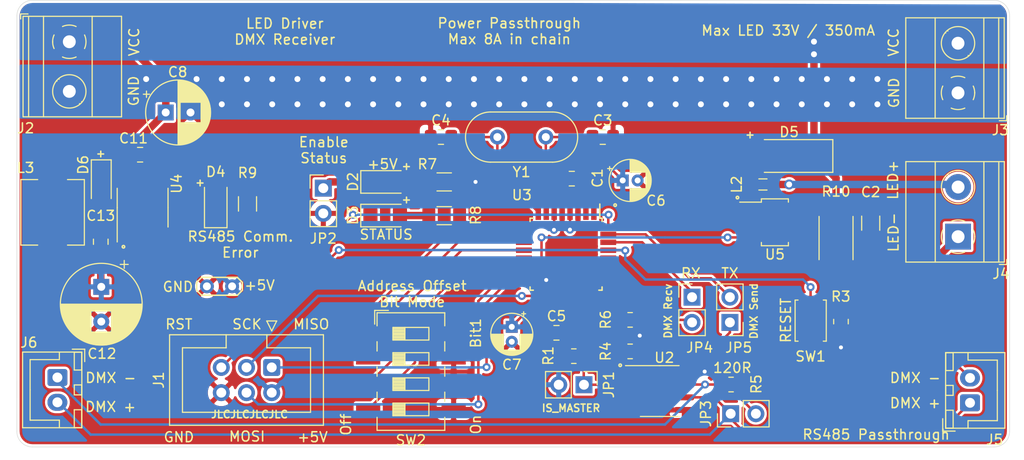
<source format=kicad_pcb>
(kicad_pcb (version 20211014) (generator pcbnew)
  (layers (0 "F.Cu" signal) (31 "B.Cu" signal) (34 "B.Paste" user) (35 "F.Paste" user) (36 "B.SilkS" user "B.Silkscreen") (37 "F.SilkS" user "F.Silkscreen") (38 "B.Mask" user) (39 "F.Mask" user) (44 "Edge.Cuts" user))
  (net 0 "")
  (net 1 "GND")
  (net 2 "VCC")
  (net 3 "LED_PWM")
  (net 4 "IS_MASTER")
  (net 5 "+5V")
  (net 6 "MOSI")
  (net 7 "SCK")
  (net 8 "MISO")
  (net 9 "RS485_DIN")
  (net 10 "RS485_DOUT")
  (net 11 "Net-(JP3-Pad2)")
  (net 12 "Net-(D2-Pad2)")
  (net 13 "Net-(D2-Pad1)")
  (net 14 "Net-(D3-Pad2)")
  (net 15 "WORKING")
  (net 16 "RS485_B")
  (net 17 "RS485_A")
  (net 18 "Net-(R4-Pad1)")
  (net 19 "Net-(D4-Pad2)")
  (net 20 "RS485_ERROR")
  (net 21 "RESET")
  (net 22 "B4")
  (net 23 "B3")
  (net 24 "B2")
  (net 25 "B1")
  (net 26 "Net-(D6-Pad1)")
  (net 27 "Net-(D5-Pad2)")
  (net 28 "Net-(J4-Pad2)")
  (net 29 "Net-(J4-Pad1)")
  (net 30 "Net-(C3-Pad1)")
  (net 31 "Net-(C4-Pad2)")
  (net 32 "Net-(JP4-Pad1)")
  (net 33 "Net-(JP5-Pad2)")
  (net 34 "Net-(U3-Pad28)")
  (net 35 "Net-(U3-Pad27)")
  (net 36 "Net-(U3-Pad26)")
  (net 37 "Net-(U3-Pad24)")
  (net 38 "Net-(U3-Pad23)")
  (net 39 "Net-(U3-Pad22)")
  (net 40 "Net-(U3-Pad20)")
  (net 41 "Net-(U3-Pad19)")
  (net 42 "Net-(U3-Pad2)")
  (net 43 "Net-(U3-Pad1)")
  (net 44 "Net-(U4-Pad3)")
  (net 45 "Net-(U4-Pad2)")
  (net 46 "Net-(U4-Pad1)")
  (footprint "Resistor_SMD:R_0805_2012Metric_Pad1.20x1.40mm_HandSolder" (layer "F.Cu") (at 103.01 52.371 90)
    (fp_text reference "R3")
    (fp_text value "10k")
  )
  (footprint "Button_Switch_SMD:SW_Push_SPST_NO_Alps_SKRK" (layer "F.Cu") (at 99.96 52.271 -90)
    (fp_text reference "SW1")
    (fp_text value "SW_SPST")
  )
  (footprint "Package_QFP:TQFP-32_7x7mm_P0.8mm" (layer "F.Cu") (at 75.32 45.58 -90)
    (fp_text reference "U3")
    (fp_text value "ATmega328P-AU")
  )
  (footprint "Package_SO:SOIC-8_3.9x4.9mm_P1.27mm" (layer "F.Cu") (at 84.755 59.365)
    (fp_text reference "U2")
    (fp_text value "MAX485E")
  )
  (footprint "Connector_PinHeader_2.54mm:PinHeader_1x02_P2.54mm_Vertical" (layer "F.Cu") (at 91.9 61.65 90)
    (fp_text reference "JP3")
    (fp_text value "CON")
  )
  (footprint "Connector_JST:JST_XH_B2B-XH-A_1x02_P2.50mm_Vertical" (layer "F.Cu") (at 24.081 58 -90)
    (fp_text reference "J6")
    (fp_text value "Conn_Right")
  )
  (footprint "TerminalBlock_Phoenix:TerminalBlock_Phoenix_MKDS-1,5-2_1x02_P5.00mm_Horizontal" (layer "F.Cu") (at 25.28 24.18 -90)
    (fp_text reference "J2")
    (fp_text value "PWR_OUT")
  )
  (footprint "TestPoint:TestPoint_2Pads_Pitch2.54mm_Drill0.8mm" (layer "F.Cu") (at 41.6791 48.8169 180)
    (fp_text reference "TP1")
    (fp_text value "TP_5V")
  )
  (footprint "TerminalBlock_Phoenix:TerminalBlock_Phoenix_MKDS-1,5-2_1x02_P5.00mm_Horizontal" (layer "F.Cu") (at 114.8 29.33 90)
    (fp_text reference "J3")
    (fp_text value "PWR_IN")
  )
  (footprint "Connector_JST:JST_XH_B2B-XH-A_1x02_P2.50mm_Vertical" (layer "F.Cu") (at 116.01 60.55 90)
    (fp_text reference "J5")
    (fp_text value "Conn_Left")
  )
  (footprint "Resistor_SMD:R_0805_2012Metric_Pad1.20x1.40mm_HandSolder" (layer "F.Cu") (at 76.1 55.85 180)
    (fp_text reference "R1")
    (fp_text value "10K")
  )
  (footprint "Resistor_SMD:R_0805_2012Metric_Pad1.20x1.40mm_HandSolder" (layer "F.Cu") (at 91.94 58.71)
    (fp_text reference "R5")
    (fp_text value "120R")
  )
  (footprint "Connector_PinHeader_2.54mm:PinHeader_1x02_P2.54mm_Vertical" (layer "F.Cu") (at 77.12 58.73 -90)
    (fp_text reference "JP1")
    (fp_text value "TERM_R")
  )
  (footprint "Capacitor_THT:CP_Radial_D4.0mm_P1.50mm" (layer "F.Cu") (at 81.026 38.1508)
    (fp_text reference "C6")
    (fp_text value "10uF")
  )
  (footprint "Capacitor_THT:CP_Radial_D4.0mm_P1.50mm" (layer "F.Cu") (at 69.85 52.9 -90)
    (fp_text reference "C7")
    (fp_text value "10uF")
  )
  (footprint "Resistor_SMD:R_0805_2012Metric_Pad1.20x1.40mm_HandSolder" (layer "F.Cu") (at 81.772 55.372)
    (fp_text reference "R4")
    (fp_text value "10k")
  )
  (footprint "Connector_IDC:IDC-Header_2x03_P2.54mm_Vertical" (layer "F.Cu") (at 45.669 56.9875 -90)
    (fp_text reference "J1")
    (fp_text value "Programming_Header")
  )
  (footprint "Capacitor_SMD:C_0805_2012Metric_Pad1.18x1.45mm_HandSolder" (layer "F.Cu") (at 75.8975 37.97 180)
    (fp_text reference "C1")
    (fp_text value "100nF")
  )
  (footprint "Resistor_SMD:R_1206_3216Metric_Pad1.30x1.75mm_HandSolder" (layer "F.Cu") (at 43.2308 40.5136 -90)
    (fp_text reference "R9")
    (fp_text value "R_LED")
  )
  (footprint "Button_Switch_SMD:SW_DIP_SPSTx04_Slide_6.7x11.72mm_W8.61mm_P2.54mm_LowProfile" (layer "F.Cu") (at 59.69 57.404)
    (fp_text reference "SW2")
    (fp_text value "SW_DIP_x04")
  )
  (footprint "Diode_SMD:D_1206_3216Metric_Pad1.42x1.75mm_HandSolder" (layer "F.Cu") (at 57.1 38.3)
    (fp_text reference "D2")
    (fp_text value "+5V")
  )
  (footprint "Diode_SMD:D_1206_3216Metric_Pad1.42x1.75mm_HandSolder" (layer "F.Cu") (at 57.1 41.69)
    (fp_text reference "D3")
    (fp_text value "WORKING")
  )
  (footprint "Connector_PinHeader_2.54mm:PinHeader_1x02_P2.54mm_Vertical" (layer "F.Cu") (at 50.866 38.93)
    (fp_text reference "JP2")
    (fp_text value "TERM_R")
  )
  (footprint "Resistor_SMD:R_1206_3216Metric_Pad1.30x1.75mm_HandSolder" (layer "F.Cu") (at 63.045 38.3)
    (fp_text reference "R7")
    (fp_text value "R_LED")
  )
  (footprint "Resistor_SMD:R_1206_3216Metric_Pad1.30x1.75mm_HandSolder" (layer "F.Cu") (at 63.045 41.7)
    (fp_text reference "R8")
    (fp_text value "R_LED")
  )
  (footprint "Capacitor_SMD:C_0805_2012Metric_Pad1.18x1.45mm_HandSolder" (layer "F.Cu") (at 32.4104 35.56 180)
    (fp_text reference "C11")
    (fp_text value "100nF")
  )
  (footprint "Capacitor_SMD:C_0805_2012Metric_Pad1.18x1.45mm_HandSolder" (layer "F.Cu") (at 28.448 44.3269 -90)
    (fp_text reference "C13")
    (fp_text value "100nF")
  )
  (footprint "Diode_SMD:D_SOD-123" (layer "F.Cu") (at 28.4988 38.3276 -90)
    (fp_text reference "D6")
    (fp_text value "1N5817")
  )
  (footprint "Inductor_SMD:L_6.3x6.3_H3" (layer "F.Cu") (at 23.5966 41.3639 -90)
    (fp_text reference "L3")
    (fp_text value "L_Small")
  )
  (footprint "Package_SO:SOIC-8_3.9x4.9mm_P1.27mm" (layer "F.Cu") (at 32.6644 40.894 90)
    (fp_text reference "U4")
    (fp_text value "LM2594HVM-5.0")
  )
  (footprint "Resistor_SMD:R_0805_2012Metric_Pad1.20x1.40mm_HandSolder" (layer "F.Cu") (at 81.772 52.197)
    (fp_text reference "R6")
    (fp_text value "10k")
  )
  (footprint "Capacitor_THT:CP_Radial_D6.3mm_P2.50mm" (layer "F.Cu") (at 34.9885 31.3055)
    (fp_text reference "C8")
    (fp_text value "100uF")
  )
  (footprint "Resistor_SMD:R_2512_6332Metric_Pad1.40x3.35mm_HandSolder" (layer "F.Cu") (at 102.5144 43.9547 90)
    (fp_text reference "R10")
    (fp_text value "0R3")
  )
  (footprint "Capacitor_THT:CP_Radial_D8.0mm_P3.50mm" (layer "F.Cu") (at 28.4988 48.8696 -90)
    (fp_text reference "C12")
    (fp_text value "120uF")
  )
  (footprint "Crystal:Crystal_HC49-U_Vertical" (layer "F.Cu") (at 73.279 33.782 180)
    (fp_text reference "Y1")
    (fp_text value "Crystal_Small")
  )
  (footprint "Capacitor_SMD:C_0805_2012Metric_Pad1.18x1.45mm_HandSolder" (layer "F.Cu") (at 79.0155 33.782)
    (fp_text reference "C3")
    (fp_text value "22pF")
  )
  (footprint "Capacitor_SMD:C_0805_2012Metric_Pad1.18x1.45mm_HandSolder" (layer "F.Cu") (at 62.7165 33.782)
    (fp_text reference "C4")
    (fp_text value "22pF")
  )
  (footprint "Connector_PinHeader_2.54mm:PinHeader_1x02_P2.54mm_Vertical" (layer "F.Cu") (at 88.011 49.911)
    (fp_text reference "JP4")
    (fp_text value "CON")
  )
  (footprint "Connector_PinHeader_2.54mm:PinHeader_1x02_P2.54mm_Vertical" (layer "F.Cu") (at 91.821 52.451 180)
    (fp_text reference "JP5")
    (fp_text value "CON")
  )
  (footprint "Package_TO_SOT_SMD:SOT-89-5_Handsoldering" (layer "F.Cu") (at 96.3549 42.3672)
    (fp_text reference "U5")
    (fp_text value "AP8861")
  )
  (footprint "Diode_SMD:D_SMA_Handsoldering" (layer "F.Cu") (at 97.79 35.687 180)
    (fp_text reference "D5")
    (fp_text value "SS34")
  )
  (footprint "Inductor_SMD:L_0805_2012Metric_Pad1.05x1.20mm_HandSolder" (layer "F.Cu") (at 95.1484 38.5572)
    (fp_text reference "L2")
    (fp_text value "56uH")
  )
  (footprint "Capacitor_SMD:C_1206_3216Metric_Pad1.33x1.80mm_HandSolder" (layer "F.Cu") (at 106.0069 42.4557 -90)
    (fp_text reference "C2")
    (fp_text value "100nF")
  )
  (footprint "TerminalBlock_Phoenix:TerminalBlock_Phoenix_MKDS-1,5-2_1x02_P5.00mm_Horizontal" (layer "F.Cu") (at 114.808 43.815 90)
    (fp_text reference "J4")
    (fp_text value "PWR_IN")
  )
  (footprint "Capacitor_SMD:C_0805_2012Metric_Pad1.18x1.45mm_HandSolder" (layer "F.Cu") (at 74.35 53.5)
    (fp_text reference "C5")
    (fp_text value "100nF")
  )
  (footprint "Diode_SMD:D_1206_3216Metric_Pad1.42x1.75mm_HandSolder" (layer "F.Cu") (at 40.0304 40.4511 90)
    (fp_text reference "D4")
    (fp_text value "RS485_ERROR")
  )
  (gr_circle (center 92.583 39.878) (end 92.71 39.878) (layer "F.SilkS") (width 0.15) (fill none))
  (gr_circle (center 80.772 56.769) (end 80.899 56.769) (layer "F.SilkS") (width 0.15) (fill none))
  (gr_circle (center 30.734 44.831) (end 30.861 44.831) (layer "F.SilkS") (width 0.15) (fill none))
  (gr_circle (center 80.264 40.64) (end 80.391 40.64) (layer "F.SilkS") (width 0.15) (fill none))
  (gr_line (start 21.57 65) (end 118.4252 65) (layer "Edge.Cuts") (width 0.05))
  (gr_line (start 20 21.5748) (end 19.9952 63.4252) (layer "Edge.Cuts") (width 0.05))
  (gr_arc (start 20 21.5748) (mid 20.461248 20.461248) (end 21.5748 20) (layer "Edge.Cuts") (width 0.05))
  (gr_line (start 21.5748 20) (end 118.4252 20) (layer "Edge.Cuts") (width 0.05))
  (gr_arc (start 21.57 65) (mid 20.456448 64.538752) (end 19.9952 63.4252) (layer "Edge.Cuts") (width 0.05))
  (gr_arc (start 118.4252 20) (mid 119.538752 20.461248) (end 120 21.5748) (layer "Edge.Cuts") (width 0.05))
  (gr_line (start 120 21.5748) (end 120 63.4252) (layer "Edge.Cuts") (width 0.05))
  (gr_arc (start 120 63.4252) (mid 119.538752 64.538752) (end 118.4252 65) (layer "Edge.Cuts") (width 0.05))
  (gr_text "RESET" (at 97.46 52.246 90) (layer "F.SilkS") (effects (font (size 1 1))))
  (gr_text "120R" (at 92.07 57.03) (layer "F.SilkS") (effects (font (size 1 1))))
  (gr_text "GND" (at 36.2204 48.8696) (layer "F.SilkS") (effects (font (size 1 1))))
  (gr_text "+5V" (at 44.45 48.7172) (layer "F.SilkS") (effects (font (size 1 1))))
  (gr_text "IS_MASTER" (at 75.819 61.087) (layer "F.SilkS") (effects (font (size 0.75 0.75))))
  (gr_text "GND" (at 31.77 29.14 90) (layer "F.SilkS") (effects (font (size 1 1))))
  (gr_text "VCC" (at 31.81 24.2 90) (layer "F.SilkS") (effects (font (size 1 1))))
  (gr_text "DMX +" (at 29.435 60.96) (layer "F.SilkS") (effects (font (size 1 1))))
  (gr_text "DMX -" (at 29.455 58.039) (layer "F.SilkS") (effects (font (size 1 1))))
  (gr_text "DMX -" (at 110.49 58.039) (layer "F.SilkS") (effects (font (size 1 1))))
  (gr_text "LED-" (at 108.3 43.377 90) (layer "F.SilkS") (effects (font (size 1 1))))
  (gr_text "LED+" (at 108.25 38.102 90) (layer "F.SilkS") (effects (font (size 1 1))))
  (gr_text "VCC" (at 108.31 24.24 90) (layer "F.SilkS") (effects (font (size 1 1))))
  (gr_text "GND" (at 108.35 29.33 90) (layer "F.SilkS") (effects (font (size 1 1))))
  (gr_text "MISO" (at 49.657 52.6415) (layer "F.SilkS") (effects (font (size 1 1))))
  (gr_text "SCK" (at 43.18 52.6415) (layer "F.SilkS") (effects (font (size 1 1))))
  (gr_text "RST" (at 36.322 52.6415) (layer "F.SilkS") (effects (font (size 1 1))))
  (gr_text "GND" (at 36.322 64.008) (layer "F.SilkS") (effects (font (size 1 1))))
  (gr_text "MOSI" (at 43.18 63.9445) (layer "F.SilkS") (effects (font (size 1 1))))
  (gr_text "+5V" (at 49.784 64.008) (layer "F.SilkS") (effects (font (size 1 1))))
  (gr_text "LED Driver\nDMX Receiver" (at 46.99 23.15) (layer "F.SilkS") (effects (font (size 1 1))))
  (gr_text "Max LED 33V / 350mA" (at 97.7 23.05) (layer "F.SilkS") (effects (font (size 1 1))))
  (gr_text "Power Passthrough\nMax 8A in chain" (at 69.596 23.114) (layer "F.SilkS") (effects (font (size 1 1))))
  (gr_text "RS485 Passthrough" (at 106.55 63.75) (layer "F.SilkS") (effects (font (size 1 1))))
  (gr_text "RS485 Comm.\nError" (at 42.512 44.61) (layer "F.SilkS") (effects (font (size 1 1))))
  (gr_text "Address Offset\nBit Mode" (at 59.817 49.5935) (layer "F.SilkS") (effects (font (size 1 1))))
  (gr_text "Off" (at 53.1495 62.738 90) (layer "F.SilkS") (effects (font (size 1 1))))
  (gr_text "On" (at 66.2305 62.738 90) (layer "F.SilkS") (effects (font (size 1 1))))
  (gr_text "+5V" (at 56.8325 36.5125) (layer "F.SilkS") (effects (font (size 1 1))))
  (gr_text "STATUS" (at 57.2 43.6) (layer "F.SilkS") (effects (font (size 1 1))))
  (gr_text "Enable\nStatus" (at 50.911 35.1) (layer "F.SilkS") (effects (font (size 1 1))))
  (gr_text "DMX Send" (at 94.234 51.308 90) (layer "F.SilkS") (effects (font (size 0.75 0.75))))
  (gr_text "DMX Recv" (at 85.598 51.308 90) (layer "F.SilkS") (effects (font (size 0.75 0.75))))
  (gr_text "RX" (at 87.884 47.498) (layer "F.SilkS") (effects (font (size 1 1))))
  (gr_text "TX" (at 91.821 47.498) (layer "F.SilkS") (effects (font (size 1 1))))
  (gr_text "+" (at 59.2455 36.703) (layer "F.SilkS") (effects (font (size 0.75 0.75))))
  (gr_text "+" (at 59.2455 40.0685) (layer "F.SilkS") (effects (font (size 0.75 0.75))))
  (gr_text "+" (at 38.4556 38.354) (layer "F.SilkS") (effects (font (size 0.75 0.75))))
  (gr_text "+" (at 28.448 35.433) (layer "F.SilkS") (effects (font (size 0.75 0.75))))
  (gr_text "+" (at 93.853 33.528) (layer "F.SilkS") (effects (font (size 0.75 0.75))))
  (gr_text "JLCJLCJLCJLC" (at 43.434 61.722) (layer "F.SilkS") (effects (font (size 0.75 0.75))))
  (gr_text "DMX +" (at 110.49 60.579) (layer "F.SilkS") (effects (font (size 1 1))))
  (gr_text "Bit1" (at 66.2305 53.5305 90) (layer "F.SilkS") (effects (font (size 1 1))))
  (segment (start 33.4479 38.2705) (end 33.2994 38.419) (width 0.75) (layer "F.Cu") (net 1))
  (segment (start 33.4479 35.56) (end 33.4479 38.2705) (width 0.75) (layer "F.Cu") (net 1))
  (via (at 40.64 30.48) (size 1) (drill 0.6) (layers "F.Cu" "B.Cu") (net 1))
  (via (at 78.74 30.48) (size 1) (drill 0.6) (layers "F.Cu" "B.Cu") (net 1))
  (via (at 48.26 30.48) (size 1) (drill 0.6) (layers "F.Cu" "B.Cu") (net 1))
  (via (at 43.18 30.48) (size 1) (drill 0.6) (layers "F.Cu" "B.Cu") (net 1))
  (via (at 55.88 30.48) (size 1) (drill 0.6) (layers "F.Cu" "B.Cu") (net 1))
  (via (at 86.36 30.48) (size 1) (drill 0.6) (layers "F.Cu" "B.Cu") (net 1))
  (via (at 86.36 27.94) (size 1) (drill 0.6) (layers "F.Cu" "B.Cu") (net 1))
  (via (at 106.68 27.94) (size 1) (drill 0.6) (layers "F.Cu" "B.Cu") (net 1))
  (via (at 91.44 30.48) (size 1) (drill 0.6) (layers "F.Cu" "B.Cu") (net 1))
  (via (at 55.88 27.94) (size 1) (drill 0.6) (layers "F.Cu" "B.Cu") (net 1))
  (via (at 104.14 27.94) (size 1) (drill 0.6) (layers "F.Cu" "B.Cu") (net 1))
  (via (at 106.68 30.48) (size 1) (drill 0.6) (layers "F.Cu" "B.Cu") (net 1))
  (via (at 99.06 27.94) (size 1) (drill 0.6) (layers "F.Cu" "B.Cu") (net 1))
  (via (at 68.58 30.48) (size 1) (drill 0.6) (layers "F.Cu" "B.Cu") (net 1))
  (via (at 60.96 27.94) (size 1) (drill 0.6) (layers "F.Cu" "B.Cu") (net 1))
  (via (at 76.2 30.48) (size 1) (drill 0.6) (layers "F.Cu" "B.Cu") (net 1))
  (via (at 81.28 30.48) (size 1) (drill 0.6) (layers "F.Cu" "B.Cu") (net 1))
  (via (at 40.64 27.94) (size 1) (drill 0.6) (layers "F.Cu" "B.Cu") (net 1))
  (via (at 101.6 30.48) (size 1) (drill 0.6) (layers "F.Cu" "B.Cu") (net 1))
  (via (at 43.18 27.94) (size 1) (drill 0.6) (layers "F.Cu" "B.Cu") (net 1))
  (via (at 99.06 30.48) (size 1) (drill 0.6) (layers "F.Cu" "B.Cu") (net 1))
  (via (at 83.82 30.48) (size 1) (drill 0.6) (layers "F.Cu" "B.Cu") (net 1))
  (via (at 53.34 27.94) (size 1) (drill 0.6) (layers "F.Cu" "B.Cu") (net 1))
  (via (at 58.42 30.48) (size 1) (drill 0.6) (layers "F.Cu" "B.Cu") (net 1))
  (via (at 71.12 27.94) (size 1) (drill 0.6) (layers "F.Cu" "B.Cu") (net 1))
  (via (at 38.1 27.94) (size 1) (drill 0.6) (layers "F.Cu" "B.Cu") (net 1))
  (via (at 68.58 27.94) (size 1) (drill 0.6) (layers "F.Cu" "B.Cu") (net 1))
  (via (at 73.66 30.48) (size 1) (drill 0.6) (layers "F.Cu" "B.Cu") (net 1))
  (via (at 73.66 27.94) (size 1) (drill 0.6) (layers "F.Cu" "B.Cu") (net 1))
  (via (at 101.6 27.94) (size 1) (drill 0.6) (layers "F.Cu" "B.Cu") (net 1))
  (via (at 88.9 27.94) (size 1) (drill 0.6) (layers "F.Cu" "B.Cu") (net 1))
  (via (at 63.5 27.94) (size 1) (drill 0.6) (layers "F.Cu" "B.Cu") (net 1))
  (via (at 33.02 27.94) (size 1) (drill 0.6) (layers "F.Cu" "B.Cu") (net 1))
  (via (at 76.2 27.94) (size 1) (drill 0.6) (layers "F.Cu" "B.Cu") (net 1))
  (via (at 91.44 27.94) (size 1) (drill 0.6) (layers "F.Cu" "B.Cu") (net 1))
  (via (at 45.72 30.48) (size 1) (drill 0.6) (layers "F.Cu" "B.Cu") (net 1))
  (via (at 58.42 27.94) (size 1) (drill 0.6) (layers "F.Cu" "B.Cu") (net 1))
  (via (at 50.8 27.94) (size 1) (drill 0.6) (layers "F.Cu" "B.Cu") (net 1))
  (via (at 53.34 30.48) (size 1) (drill 0.6) (layers "F.Cu" "B.Cu") (net 1))
  (via (at 81.28 27.94) (size 1) (drill 0.6) (layers "F.Cu" "B.Cu") (net 1))
  (via (at 96.52 30.48) (size 1) (drill 0.6) (layers "F.Cu" "B.Cu") (net 1))
  (via (at 45.72 27.94) (size 1) (drill 0.6) (layers "F.Cu" "B.Cu") (net 1))
  (via (at 63.5 30.48) (size 1) (drill 0.6) (layers "F.Cu" "B.Cu") (net 1))
  (via (at 104.14 30.48) (size 1) (drill 0.6) (layers "F.Cu" "B.Cu") (net 1))
  (via (at 83.82 27.94) (size 1) (drill 0.6) (layers "F.Cu" "B.Cu") (net 1))
  (via (at 66.04 30.48) (size 1) (drill 0.6) (layers "F.Cu" "B.Cu") (net 1))
  (via (at 50.8 30.48) (size 1) (drill 0.6) (layers "F.Cu" "B.Cu") (net 1))
  (via (at 60.96 30.48) (size 1) (drill 0.6) (layers "F.Cu" "B.Cu") (net 1))
  (via (at 96.52 27.94) (size 1) (drill 0.6) (layers "F.Cu" "B.Cu") (net 1))
  (via (at 48.26 27.94) (size 1) (drill 0.6) (layers "F.Cu" "B.Cu") (net 1))
  (via (at 71.12 30.48) (size 1) (drill 0.6) (layers "F.Cu" "B.Cu") (net 1))
  (via (at 93.98 30.48) (size 1) (drill 0.6) (layers "F.Cu" "B.Cu") (net 1))
  (via (at 78.74 27.94) (size 1) (drill 0.6) (layers "F.Cu" "B.Cu") (net 1))
  (via (at 88.9 30.48) (size 1) (drill 0.6) (layers "F.Cu" "B.Cu") (net 1))
  (via (at 93.98 27.94) (size 1) (drill 0.6) (layers "F.Cu" "B.Cu") (net 1))
  (via (at 66.04 27.94) (size 1) (drill 0.6) (layers "F.Cu" "B.Cu") (net 1))
  (segment (start 100.29 24.17) (end 100.29 24.17) (width 0.75) (layer "F.Cu") (net 2))
  (segment (start 100.29 25.44) (end 100.29 24.17) (width 0.75) (layer "F.Cu") (net 2))
  (segment (start 102.4769 40.8672) (end 102.5144 40.9047) (width 0.75) (layer "F.Cu") (net 2))
  (segment (start 32.0294 36.2165) (end 31.3729 35.56) (width 0.75) (layer "F.Cu") (net 2))
  (segment (start 31.3729 35.56) (end 31.3729 34.9211) (width 0.75) (layer "F.Cu") (net 2))
  (segment (start 105.9954 40.9047) (end 106.0069 40.8932) (width 0.75) (layer "F.Cu") (net 2))
  (segment (start 30.851002 24.18) (end 35.0012 28.330198) (width 0.75) (layer "F.Cu") (net 2))
  (segment (start 31.3729 34.9211) (end 34.9885 31.3055) (width 0.75) (layer "F.Cu") (net 2))
  (segment (start 35.0012 28.330198) (end 35.0012 31.2928) (width 0.75) (layer "F.Cu") (net 2))
  (segment (start 35.0012 31.2928) (end 34.9885 31.3055) (width 0.75) (layer "F.Cu") (net 2))
  (segment (start 32.0294 38.419) (end 32.0294 36.2165) (width 0.75) (layer "F.Cu") (net 2))
  (segment (start 98.7049 40.8672) (end 102.4769 40.8672) (width 0.75) (layer "F.Cu") (net 2))
  (segment (start 25.28 24.18) (end 30.851002 24.18) (width 0.75) (layer "F.Cu") (net 2))
  (segment (start 102.5144 40.9047) (end 105.9954 40.9047) (width 0.75) (layer "F.Cu") (net 2))
  (segment (start 102.5144 37.9114) (end 100.29 35.687) (width 0.75) (layer "F.Cu") (net 2))
  (segment (start 102.5144 40.9047) (end 102.5144 37.9114) (width 0.75) (layer "F.Cu") (net 2))
  (segment (start 100.29 35.687) (end 100.29 25.44) (width 0.75) (layer "F.Cu") (net 2))
  (via (at 100.29 25.44) (size 1) (drill 0.6) (layers "F.Cu" "B.Cu") (net 2))
  (via (at 100.29 24.17) (size 1) (drill 0.6) (layers "F.Cu" "B.Cu") (net 2))
  (segment (start 72.12 46.78) (end 72.8472 46.0528) (width 0.25) (layer "F.Cu") (net 3))
  (segment (start 71.07 46.78) (end 72.12 46.78) (width 0.25) (layer "F.Cu") (net 3))
  (segment (start 91.5924 43.8912) (end 93.9809 43.8912) (width 0.25) (layer "F.Cu") (net 3))
  (segment (start 72.8472 46.0528) (end 72.8472 43.8912) (width 0.25) (layer "F.Cu") (net 3))
  (segment (start 93.9809 43.8912) (end 94.0049 43.8672) (width 0.25) (layer "F.Cu") (net 3))
  (via (at 91.5924 43.8912) (size 0.8) (drill 0.4) (layers "F.Cu" "B.Cu") (net 3))
  (via (at 72.8472 43.8912) (size 0.8) (drill 0.4) (layers "F.Cu" "B.Cu") (net 3))
  (segment (start 85.2932 43.8912) (end 91.5924 43.8912) (width 0.25) (layer "B.Cu") (net 3))
  (segment (start 72.8472 43.8912) (end 85.2932 43.8912) (width 0.25) (layer "B.Cu") (net 3))
  (segment (start 79.57 48.38) (end 79.57 58.67) (width 0.25) (layer "F.Cu") (net 4))
  (segment (start 79.51 58.73) (end 79.92 58.73) (width 0.25) (layer "F.Cu") (net 4))
  (segment (start 80.58 60) (end 79.92 59.34) (width 0.25) (layer "F.Cu") (net 4))
  (segment (start 77.1 58.71) (end 77.12 58.73) (width 0.25) (layer "F.Cu") (net 4))
  (segment (start 77.1 55.85) (end 77.1 58.71) (width 0.25) (layer "F.Cu") (net 4))
  (segment (start 79.57 58.67) (end 79.51 58.73) (width 0.25) (layer "F.Cu") (net 4))
  (segment (start 79.92 59.34) (end 79.92 58.73) (width 0.25) (layer "F.Cu") (net 4))
  (segment (start 79.92 58.73) (end 82.28 58.73) (width 0.25) (layer "F.Cu") (net 4))
  (segment (start 77.12 58.73) (end 79.51 58.73) (width 0.25) (layer "F.Cu") (net 4))
  (segment (start 82.28 60) (end 80.58 60) (width 0.25) (layer "F.Cu") (net 4))
  (segment (start 64.595 38.3) (end 66.2 38.3) (width 0.75) (layer "F.Cu") (net 5))
  (segment (start 73.32 53.4925) (end 73.3125 53.5) (width 0.25) (layer "F.Cu") (net 5))
  (segment (start 87.23 57.46) (end 89.225 57.46) (width 0.25) (layer "F.Cu") (net 5))
  (segment (start 89.225 57.46) (end 89.281 57.404) (width 0.25) (layer "F.Cu") (net 5))
  (segment (start 74.12 43.11) (end 74.1 43.13) (width 0.25) (layer "F.Cu") (net 5))
  (segment (start 69.85 52.85) (end 71.07 51.63) (width 0.25) (layer "F.Cu") (net 5))
  (segment (start 28.448 45.3644) (end 34.2392 45.3644) (width 0.75) (layer "F.Cu") (net 5))
  (segment (start 75.72 41.33) (end 75.72 39.58) (width 0.25) (layer "F.Cu") (net 5))
  (segment (start 28.448 48.8188) (end 28.4988 48.8696) (width 0.75) (layer "F.Cu") (net 5))
  (segment (start 79.4004 36.5252) (end 81.026 38.1508) (width 0.25) (layer "F.Cu") (net 5))
  (segment (start 74.86 37.408) (end 75.7428 36.5252) (width 0.25) (layer "F.Cu") (net 5))
  (segment (start 69.85 52.9) (end 69.85 52.85) (width 0.25) (layer "F.Cu") (net 5))
  (segment (start 24.8471 45.3644) (end 23.5966 44.1139) (width 0.75) (layer "F.Cu") (net 5))
  (segment (start 74.12 41.33) (end 74.12 38.71) (width 0.25) (layer "F.Cu") (net 5))
  (segment (start 73.32 51.63) (end 73.32 53.4925) (width 0.25) (layer "F.Cu") (net 5))
  (segment (start 73.32 49.83) (end 73.32 48.18) (width 0.25) (layer "F.Cu") (net 5))
  (segment (start 82.772 55.372) (end 82.772 53.816) (width 0.25) (layer "F.Cu") (net 5))
  (segment (start 75.72 43.1) (end 75.71 43.11) (width 0.25) (layer "F.Cu") (net 5))
  (segment (start 82.772 53.816) (end 82.7405 53.7845) (width 0.25) (layer "F.Cu") (net 5))
  (segment (start 75.72 41.33) (end 75.72 43.1) (width 0.25) (layer "F.Cu") (net 5))
  (segment (start 103.01 53.371) (end 103.01 54.971) (width 0.25) (layer "F.Cu") (net 5))
  (segment (start 34.2392 45.3644) (end 34.5694 45.0342) (width 0.75) (layer "F.Cu") (net 5))
  (segment (start 75.72 38.83) (end 74.86 37.97) (width 0.25) (layer "F.Cu") (net 5))
  (segment (start 28.448 45.3644) (end 24.8471 45.3644) (width 0.75) (layer "F.Cu") (net 5))
  (segment (start 74.86 37.97) (end 74.86 37.408) (width 0.25) (layer "F.Cu") (net 5))
  (segment (start 28.448 45.3644) (end 28.448 48.8188) (width 0.75) (layer "F.Cu") (net 5))
  (segment (start 75.72 39.58) (end 75.72 38.83) (width 0.25) (layer "F.Cu") (net 5))
  (segment (start 71.07 51.63) (end 73.32 51.63) (width 0.25) (layer "F.Cu") (net 5))
  (segment (start 75.7428 36.5252) (end 79.4004 36.5252) (width 0.25) (layer "F.Cu") (net 5))
  (segment (start 34.5694 45.0342) (end 34.5694 43.369) (width 0.75) (layer "F.Cu") (net 5))
  (segment (start 73.32 49.83) (end 73.32 51.63) (width 0.25) (layer "F.Cu") (net 5))
  (segment (start 74.12 38.71) (end 74.86 37.97) (width 0.25) (layer "F.Cu") (net 5))
  (segment (start 74.12 41.33) (end 74.12 43.11) (width 0.25) (layer "F.Cu") (net 5))
  (via (at 103.01 54.971) (size 0.8) (drill 0.4) (layers "F.Cu" "B.Cu") (net 5))
  (via (at 75.71 43.11) (size 0.8) (drill 0.4) (layers "F.Cu" "B.Cu") (net 5))
  (via (at 73.32 48.18) (size 0.8) (drill 0.4) (layers "F.Cu" "B.Cu") (net 5))
  (via (at 82.7405 53.7845) (size 0.8) (drill 0.4) (layers "F.Cu" "B.Cu") (net 5))
  (via (at 89.281 57.404) (size 0.8) (drill 0.4) (layers "F.Cu" "B.Cu") (net 5))
  (via (at 74.1 43.13) (size 0.8) (drill 0.4) (layers "F.Cu" "B.Cu") (net 5))
  (via (at 66.2 38.3) (size 0.8) (drill 0.4) (layers "F.Cu" "B.Cu") (net 5))
  (segment (start 66.4845 50.292) (end 69.1965 47.58) (width 0.25) (layer "F.Cu") (net 6))
  (segment (start 69.1965 47.58) (end 71.07 47.58) (width 0.25) (layer "F.Cu") (net 6))
  (segment (start 66.4845 60.706) (end 66.4845 50.292) (width 0.25) (layer "F.Cu") (net 6))
  (via (at 66.4845 60.706) (size 0.8) (drill 0.4) (layers "F.Cu" "B.Cu") (net 6))
  (segment (start 43.129 59.5275) (end 44.3075 60.706) (width 0.25) (layer "B.Cu") (net 6))
  (segment (start 44.3075 60.706) (end 66.4845 60.706) (width 0.25) (layer "B.Cu") (net 6))
  (segment (start 70.866 49.784) (end 72.474 49.784) (width 0.25) (layer "F.Cu") (net 7))
  (segment (start 72.474 49.784) (end 72.52 49.83) (width 0.25) (layer "F.Cu") (net 7))
  (via (at 70.866 49.784) (size 0.8) (drill 0.4) (layers "F.Cu" "B.Cu") (net 7))
  (segment (start 50.3325 49.784) (end 70.866 49.784) (width 0.25) (layer "B.Cu") (net 7))
  (segment (start 43.129 56.9875) (end 50.3325 49.784) (width 0.25) (layer "B.Cu") (net 7))
  (segment (start 69.4125 48.38) (end 71.07 48.38) (width 0.25) (layer "F.Cu") (net 8))
  (segment (start 67.31 50.4825) (end 69.4125 48.38) (width 0.25) (layer "F.Cu") (net 8))
  (segment (start 67.31 56.9595) (end 67.31 50.4825) (width 0.25) (layer "F.Cu") (net 8))
  (via (at 67.31 56.9595) (size 0.8) (drill 0.4) (layers "F.Cu" "B.Cu") (net 8))
  (segment (start 45.669 56.9875) (end 67.282 56.9875) (width 0.25) (layer "B.Cu") (net 8))
  (segment (start 67.282 56.9875) (end 67.31 56.9595) (width 0.25) (layer "B.Cu") (net 8))
  (segment (start 91.821 53.467) (end 91.821 52.451) (width 0.25) (layer "F.Cu") (net 9))
  (segment (start 86.233 54.356) (end 90.932 54.356) (width 0.25) (layer "F.Cu") (net 9))
  (segment (start 83.947 60.579) (end 83.947 56.642) (width 0.25) (layer "F.Cu") (net 9))
  (segment (start 83.947 56.642) (end 86.233 54.356) (width 0.25) (layer "F.Cu") (net 9))
  (segment (start 82.28 61.27) (end 83.256 61.27) (width 0.25) (layer "F.Cu") (net 9))
  (segment (start 83.256 61.27) (end 83.947 60.579) (width 0.25) (layer "F.Cu") (net 9))
  (segment (start 90.932 54.356) (end 91.821 53.467) (width 0.25) (layer "F.Cu") (net 9))
  (segment (start 82.772 52.197) (end 87.757 52.197) (width 0.25) (layer "F.Cu") (net 10))
  (segment (start 87.757 52.197) (end 88.011 52.451) (width 0.25) (layer "F.Cu") (net 10))
  (segment (start 94.44 61.65) (end 92.94 60.15) (width 0.25) (layer "F.Cu") (net 11))
  (segment (start 92.94 60.15) (end 92.94 58.71) (width 0.25) (layer "F.Cu") (net 11))
  (segment (start 58.5875 38.3) (end 61.495 38.3) (width 0.75) (layer "F.Cu") (net 12))
  (segment (start 55.6125 41.69) (end 55.6125 38.3) (width 0.75) (layer "F.Cu") (net 13))
  (segment (start 51.496 38.3) (end 50.866 38.93) (width 0.75) (layer "F.Cu") (net 13))
  (segment (start 55.6125 38.3) (end 51.496 38.3) (width 0.75) (layer "F.Cu") (net 13))
  (segment (start 58.5875 41.69) (end 61.485 41.69) (width 0.75) (layer "F.Cu") (net 14))
  (segment (start 61.485 41.69) (end 61.495 41.7) (width 0.75) (layer "F.Cu") (net 14))
  (segment (start 71.07 42.78) (end 65.675 42.78) (width 0.25) (layer "F.Cu") (net 15))
  (segment (start 65.675 42.78) (end 64.595 41.7) (width 0.25) (layer "F.Cu") (net 15))
  (segment (start 91.9 57.06) (end 115.02 57.06) (width 0.25) (layer "F.Cu") (net 16))
  (segment (start 115.02 57.06) (end 116.01 58.05) (width 0.25) (layer "F.Cu") (net 16))
  (segment (start 89.317 58.71) (end 87.25 58.71) (width 0.25) (layer "F.Cu") (net 16))
  (segment (start 90.94 58.71) (end 89.317 58.71) (width 0.25) (layer "F.Cu") (net 16))
  (segment (start 90.94 58.02) (end 91.9 57.06) (width 0.25) (layer "F.Cu") (net 16))
  (segment (start 90.94 58.71) (end 90.94 58.02) (width 0.25) (layer "F.Cu") (net 16))
  (segment (start 87.25 58.71) (end 87.23 58.73) (width 0.25) (layer "F.Cu") (net 16))
  (via (at 89.317 58.71) (size 0.8) (drill 0.4) (layers "F.Cu" "B.Cu") (net 16))
  (segment (start 24.081 58) (end 24.081 58.381) (width 0.25) (layer "B.Cu") (net 16))
  (segment (start 28.438 62.738) (end 85.289 62.738) (width 0.25) (layer "B.Cu") (net 16))
  (segment (start 24.081 58.381) (end 28.438 62.738) (width 0.25) (layer "B.Cu") (net 16))
  (segment (start 85.289 62.738) (end 89.317 58.71) (width 0.25) (layer "B.Cu") (net 16))
  (segment (start 96.9 63.4) (end 97.65 62.65) (width 0.25) (layer "F.Cu") (net 17))
  (segment (start 93.15 63.4) (end 96.9 63.4) (width 0.25) (layer "F.Cu") (net 17))
  (segment (start 91.9 62.15) (end 93.15 63.4) (width 0.25) (layer "F.Cu") (net 17))
  (segment (start 90.25 60) (end 91.9 61.65) (width 0.25) (layer "F.Cu") (net 17))
  (segment (start 97.65 62.65) (end 113.91 62.65) (width 0.25) (layer "F.Cu") (net 17))
  (segment (start 87.23 60) (end 90.25 60) (width 0.25) (layer "F.Cu") (net 17))
  (segment (start 113.91 62.65) (end 116.01 60.55) (width 0.25) (layer "F.Cu") (net 17))
  (segment (start 91.9 61.65) (end 91.9 62.15) (width 0.25) (layer "F.Cu") (net 17))
  (segment (start 23.7 60) (end 23.7 60.022) (width 0.25) (layer "B.Cu") (net 17))
  (segment (start 27.432 63.754) (end 89.796 63.754) (width 0.25) (layer "B.Cu") (net 17))
  (segment (start 24.081 60.5) (end 24.178 60.5) (width 0.25) (layer "B.Cu") (net 17))
  (segment (start 89.796 63.754) (end 91.9 61.65) (width 0.25) (layer "B.Cu") (net 17))
  (segment (start 24.178 60.5) (end 27.432 63.754) (width 0.25) (layer "B.Cu") (net 17))
  (segment (start 80.772 57.15) (end 80.772 55.372) (width 0.25) (layer "F.Cu") (net 18))
  (segment (start 81.082 57.46) (end 80.772 57.15) (width 0.25) (layer "F.Cu") (net 18))
  (segment (start 80.772 55.372) (end 80.772 52.197) (width 0.25) (layer "F.Cu") (net 18))
  (segment (start 82.28 57.46) (end 81.082 57.46) (width 0.25) (layer "F.Cu") (net 18))
  (segment (start 40.0304 38.9636) (end 43.2308 38.9636) (width 0.25) (layer "F.Cu") (net 19))
  (segment (start 51.816 43.6372) (end 44.8044 43.6372) (width 0.25) (layer "F.Cu") (net 20))
  (segment (start 53.848 41.6052) (end 51.816 43.6372) (width 0.25) (layer "F.Cu") (net 20))
  (segment (start 79.57 41.6388) (end 79.6036 41.6052) (width 0.25) (layer "F.Cu") (net 20))
  (segment (start 79.57 42.78) (end 79.57 41.6388) (width 0.25) (layer "F.Cu") (net 20))
  (segment (start 44.8044 43.6372) (end 43.2308 42.0636) (width 0.25) (layer "F.Cu") (net 20))
  (via (at 79.6036 41.6052) (size 0.8) (drill 0.4) (layers "F.Cu" "B.Cu") (net 20))
  (via (at 53.848 41.6052) (size 0.8) (drill 0.4) (layers "F.Cu" "B.Cu") (net 20))
  (segment (start 79.6036 41.6052) (end 53.848 41.6052) (width 0.25) (layer "B.Cu") (net 20))
  (segment (start 52.4153 45.1612) (end 52.4256 45.1612) (width 0.25) (layer "F.Cu") (net 21))
  (segment (start 79.57 45.18) (end 81.248 45.18) (width 0.25) (layer "F.Cu") (net 21))
  (segment (start 99.949 48.895) (end 99.949 50.16) (width 0.25) (layer "F.Cu") (net 21))
  (segment (start 101.81 50.171) (end 103.01 51.371) (width 0.25) (layer "F.Cu") (net 21))
  (segment (start 81.248 45.18) (end 81.28 45.212) (width 0.25) (layer "F.Cu") (net 21))
  (segment (start 40.589 56.9875) (end 52.4153 45.1612) (width 0.25) (layer "F.Cu") (net 21))
  (segment (start 99.949 50.16) (end 99.96 50.171) (width 0.25) (layer "F.Cu") (net 21))
  (segment (start 99.96 50.171) (end 101.81 50.171) (width 0.25) (layer "F.Cu") (net 21))
  (via (at 52.4256 45.1612) (size 0.8) (drill 0.4) (layers "F.Cu" "B.Cu") (net 21))
  (via (at 99.949 48.895) (size 0.8) (drill 0.4) (layers "F.Cu" "B.Cu") (net 21))
  (via (at 81.28 45.212) (size 0.8) (drill 0.4) (layers "F.Cu" "B.Cu") (net 21))
  (segment (start 81.28 46.101) (end 83.312 48.133) (width 0.25) (layer "B.Cu") (net 21))
  (segment (start 83.312 48.133) (end 99.187 48.133) (width 0.25) (layer "B.Cu") (net 21))
  (segment (start 81.28 45.212) (end 81.28 46.101) (width 0.25) (layer "B.Cu") (net 21))
  (segment (start 52.4256 45.1612) (end 81.2292 45.1612) (width 0.25) (layer "B.Cu") (net 21))
  (segment (start 81.2292 45.1612) (end 81.28 45.212) (width 0.25) (layer "B.Cu") (net 21))
  (segment (start 99.187 48.133) (end 99.949 48.895) (width 0.25) (layer "B.Cu") (net 21))
  (segment (start 66.0848 45.98) (end 71.07 45.98) (width 0.25) (layer "F.Cu") (net 22))
  (segment (start 55.385 61.214) (end 60.0964 56.5026) (width 0.25) (layer "F.Cu") (net 22))
  (segment (start 60.0964 51.9684) (end 66.0848 45.98) (width 0.25) (layer "F.Cu") (net 22))
  (segment (start 60.0964 56.5026) (end 60.0964 51.9684) (width 0.25) (layer "F.Cu") (net 22))
  (segment (start 59.0804 54.9786) (end 59.0804 50.9016) (width 0.25) (layer "F.Cu") (net 23))
  (segment (start 64.802 45.18) (end 71.07 45.18) (width 0.25) (layer "F.Cu") (net 23))
  (segment (start 59.0804 50.9016) (end 64.802 45.18) (width 0.25) (layer "F.Cu") (net 23))
  (segment (start 55.385 58.674) (end 59.0804 54.9786) (width 0.25) (layer "F.Cu") (net 23))
  (segment (start 55.6768 56.134) (end 57.8612 53.9496) (width 0.25) (layer "F.Cu") (net 24))
  (segment (start 57.8612 50.9524) (end 64.4336 44.38) (width 0.25) (layer "F.Cu") (net 24))
  (segment (start 55.385 56.134) (end 55.6768 56.134) (width 0.25) (layer "F.Cu") (net 24))
  (segment (start 57.8612 53.9496) (end 57.8612 50.9524) (width 0.25) (layer "F.Cu") (net 24))
  (segment (start 64.4336 44.38) (end 71.07 44.38) (width 0.25) (layer "F.Cu") (net 24))
  (segment (start 63.4048 43.58) (end 71.07 43.58) (width 0.25) (layer "F.Cu") (net 25))
  (segment (start 55.385 51.5998) (end 63.4048 43.58) (width 0.25) (layer "F.Cu") (net 25))
  (segment (start 55.385 53.594) (end 55.385 51.5998) (width 0.25) (layer "F.Cu") (net 25))
  (segment (start 28.4988 36.6776) (end 29.018 36.6776) (width 0.75) (layer "F.Cu") (net 26))
  (segment (start 24.3332 36.6776) (end 23.5966 37.4142) (width 0.75) (layer "F.Cu") (net 26))
  (segment (start 29.018 36.6776) (end 30.7594 38.419) (width 0.75) (layer "F.Cu") (net 26))
  (segment (start 28.4988 36.6776) (end 24.3332 36.6776) (width 0.75) (layer "F.Cu") (net 26))
  (segment (start 23.5966 37.4142) (end 23.5966 38.6139) (width 0.75) (layer "F.Cu") (net 26))
  (segment (start 94.0049 40.8672) (end 94.0049 38.5637) (width 0.75) (layer "F.Cu") (net 27))
  (segment (start 94.0049 38.5637) (end 93.9984 38.5572) (width 0.75) (layer "F.Cu") (net 27))
  (segment (start 93.9984 38.5572) (end 93.9984 36.9786) (width 0.75) (layer "F.Cu") (net 27))
  (segment (start 93.9984 36.9786) (end 95.29 35.687) (width 0.75) (layer "F.Cu") (net 27))
  (segment (start 96.2984 38.5572) (end 97.79 38.5572) (width 0.75) (layer "F.Cu") (net 28))
  (via (at 97.79 38.5572) (size 1) (drill 0.6) (layers "F.Cu" "B.Cu") (net 28))
  (segment (start 114.5502 38.5572) (end 114.808 38.815) (width 0.75) (layer "B.Cu") (net 28))
  (segment (start 97.79 38.5572) (end 114.5502 38.5572) (width 0.75) (layer "B.Cu") (net 28))
  (segment (start 98.7049 43.8672) (end 98.7049 45.7205) (width 0.75) (layer "F.Cu") (net 29))
  (segment (start 98.7049 45.7205) (end 99.9891 47.0047) (width 0.75) (layer "F.Cu") (net 29))
  (segment (start 99.9891 47.0047) (end 102.5144 47.0047) (width 0.75) (layer "F.Cu") (net 29))
  (segment (start 111.6183 47.0047) (end 114.808 43.815) (width 0.75) (layer "F.Cu") (net 29))
  (segment (start 102.5144 47.0047) (end 111.6183 47.0047) (width 0.75) (layer "F.Cu") (net 29))
  (segment (start 73.279 41.289) (end 73.32 41.33) (width 0.25) (layer "F.Cu") (net 30))
  (segment (start 73.279 33.782) (end 73.279 41.289) (width 0.25) (layer "F.Cu") (net 30))
  (segment (start 73.279 33.782) (end 77.978 33.782) (width 0.25) (layer "F.Cu") (net 30))
  (segment (start 68.399 37.209) (end 72.52 41.33) (width 0.25) (layer "F.Cu") (net 31))
  (segment (start 68.399 33.782) (end 68.399 37.209) (width 0.25) (layer "F.Cu") (net 31))
  (segment (start 63.754 33.782) (end 68.399 33.782) (width 0.25) (layer "F.Cu") (net 31))
  (segment (start 88.011 49.403) (end 83.82 45.212) (width 0.25) (layer "F.Cu") (net 32))
  (segment (start 88.011 49.911) (end 88.011 49.403) (width 0.25) (layer "F.Cu") (net 32))
  (segment (start 82.988 44.38) (end 79.57 44.38) (width 0.25) (layer "F.Cu") (net 32))
  (segment (start 83.82 45.212) (end 82.988 44.38) (width 0.25) (layer "F.Cu") (net 32))
  (segment (start 79.57 43.58) (end 83.331 43.58) (width 0.25) (layer "F.Cu") (net 33))
  (segment (start 83.331 43.58) (end 87.757 48.006) (width 0.25) (layer "F.Cu") (net 33))
  (segment (start 89.916 48.006) (end 91.821 49.911) (width 0.25) (layer "F.Cu") (net 33))
  (segment (start 87.757 48.006) (end 89.916 48.006) (width 0.25) (layer "F.Cu") (net 33))
  (zone (net 1) (net_name "GND") (layer "F.Cu") (connect_pads (clearance 0.25)) (min_thickness 0.254) (fill yes (thermal_gap 0.508) (thermal_bridge_width 0.508))
    (polygon (pts (xy 120.05 65.1) (xy 19.849979 65.209489) (xy 19.950022 20.390512) (xy 120.05 20.45)))
  )
  (zone (net 1) (net_name "GND") (layer "B.Cu") (connect_pads yes (clearance 0.25)) (min_thickness 0.254) (fill yes (thermal_gap 0.508) (thermal_bridge_width 0.508))
    (polygon (pts (xy 120.1 32.33) (xy 20.1 31.93) (xy 20.1 26.47) (xy 120.1 26.87)))
  )
  (zone (net 2) (net_name "VCC") (layer "B.Cu") (connect_pads yes (clearance 0.25)) (min_thickness 0.254) (fill yes (thermal_gap 0.508) (thermal_bridge_width 0.508))
    (polygon (pts (xy 120.1 26.41) (xy 20.0125 26.035) (xy 19.9875 20.065) (xy 120.1 20.44)))
  )
  (zone (net 5) (net_name "+5V") (layer "B.Cu") (connect_pads (clearance 0.508)) (min_thickness 0.254) (fill yes (thermal_gap 0.508) (thermal_bridge_width 0.508))
    (polygon (pts (xy 120.05 65.1) (xy 20.060642 64.89125) (xy 20.139358 33.40875) (xy 120.121285 33.4325)))
  )
)
</source>
